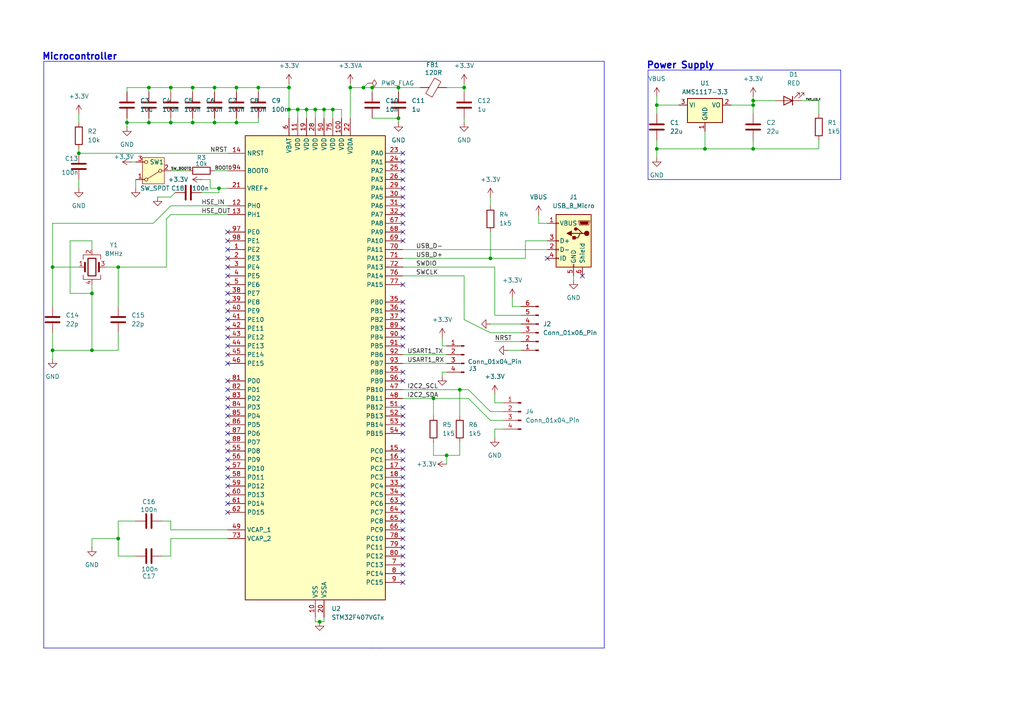
<source format=kicad_sch>
(kicad_sch (version 20250114) (generator "eeschema") (generator_version "9.0")
  (paper "A4")
  (title_block (title "STM32F407VG PCB Deneme") (date "2026-01-30") (company "Muhammet Yusuf ÖZKAN"))
  (lib_symbols
    (symbol "Connector:Conn_01x04_Pin" (pin_names (offset 1.016) (hide yes))
      (property "Reference" "J" (at 0 5.08 0))
      (property "Value" "Conn_01x04_Pin" (at 0 -7.62 0))
      (symbol "Conn_01x04_Pin_1_1"
        (rectangle (start 0.8636 2.667) (end 0 2.413) (stroke (width 0.1524)) (fill (type outline)))
        (rectangle (start 0.8636 0.127) (end 0 -0.127) (stroke (width 0.1524)) (fill (type outline)))
        (rectangle (start 0.8636 -2.413) (end 0 -2.667) (stroke (width 0.1524)) (fill (type outline)))
        (rectangle (start 0.8636 -4.953) (end 0 -5.207) (stroke (width 0.1524)) (fill (type outline)))
        (polyline (pts (xy 1.27 2.54) (xy 0.8636 2.54)) (stroke (width 0.1524)))
        (polyline (pts (xy 1.27 0) (xy 0.8636 0)) (stroke (width 0.1524)))
        (polyline (pts (xy 1.27 -2.54) (xy 0.8636 -2.54)) (stroke (width 0.1524)))
        (polyline (pts (xy 1.27 -5.08) (xy 0.8636 -5.08)) (stroke (width 0.1524)))
        (pin passive line (at 5.08 2.54 180) (length 3.81) (name "Pin_1") (number "1"))
        (pin passive line (at 5.08 0 180) (length 3.81) (name "Pin_2") (number "2"))
        (pin passive line (at 5.08 -2.54 180) (length 3.81) (name "Pin_3") (number "3"))
        (pin passive line (at 5.08 -5.08 180) (length 3.81) (name "Pin_4") (number "4"))
      )
    )
    (symbol "Connector:Conn_01x06_Pin" (pin_names (offset 1.016) (hide yes))
      (property "Reference" "J" (at 0 7.62 0))
      (property "Value" "Conn_01x06_Pin" (at 0 -10.16 0))
      (symbol "Conn_01x06_Pin_1_1"
        (rectangle (start 0.8636 5.207) (end 0 4.953) (stroke (width 0.1524)) (fill (type outline)))
        (rectangle (start 0.8636 2.667) (end 0 2.413) (stroke (width 0.1524)) (fill (type outline)))
        (rectangle (start 0.8636 0.127) (end 0 -0.127) (stroke (width 0.1524)) (fill (type outline)))
        (rectangle (start 0.8636 -2.413) (end 0 -2.667) (stroke (width 0.1524)) (fill (type outline)))
        (rectangle (start 0.8636 -4.953) (end 0 -5.207) (stroke (width 0.1524)) (fill (type outline)))
        (rectangle (start 0.8636 -7.493) (end 0 -7.747) (stroke (width 0.1524)) (fill (type outline)))
        (polyline (pts (xy 1.27 5.08) (xy 0.8636 5.08)) (stroke (width 0.1524)))
        (polyline (pts (xy 1.27 2.54) (xy 0.8636 2.54)) (stroke (width 0.1524)))
        (polyline (pts (xy 1.27 0) (xy 0.8636 0)) (stroke (width 0.1524)))
        (polyline (pts (xy 1.27 -2.54) (xy 0.8636 -2.54)) (stroke (width 0.1524)))
        (polyline (pts (xy 1.27 -5.08) (xy 0.8636 -5.08)) (stroke (width 0.1524)))
        (polyline (pts (xy 1.27 -7.62) (xy 0.8636 -7.62)) (stroke (width 0.1524)))
        (pin passive line (at 5.08 5.08 180) (length 3.81) (name "Pin_1") (number "1"))
        (pin passive line (at 5.08 2.54 180) (length 3.81) (name "Pin_2") (number "2"))
        (pin passive line (at 5.08 0 180) (length 3.81) (name "Pin_3") (number "3"))
        (pin passive line (at 5.08 -2.54 180) (length 3.81) (name "Pin_4") (number "4"))
        (pin passive line (at 5.08 -5.08 180) (length 3.81) (name "Pin_5") (number "5"))
        (pin passive line (at 5.08 -7.62 180) (length 3.81) (name "Pin_6") (number "6"))
      )
    )
    (symbol "Connector:USB_B_Micro" (pin_names (offset 1.016))
      (property "Reference" "J" (at -5.08 11.43 0))
      (property "Value" "USB_B_Micro" (at -5.08 8.89 0))
      (symbol "USB_B_Micro_0_1"
        (rectangle (start -5.08 -7.62) (end 5.08 7.62) (stroke (width 0.254)) (fill (type background)))
        (polyline (pts (xy -4.699 5.842) (xy -4.699 5.588) (xy -4.445 4.826) (xy -4.445 4.572) (xy -1.651 4.572) (xy -1.651 4.826) (xy -1.397 5.588) (xy -1.397 5.842) (xy -4.699 5.842)))
        (polyline (pts (xy -4.318 5.588) (xy -1.778 5.588) (xy -2.032 4.826) (xy -4.064 4.826) (xy -4.318 5.588)) (fill (type outline)))
        (circle (center -3.81 2.159) (radius 0.635) (stroke (width 0.254)) (fill (type outline)))
        (polyline (pts (xy -3.175 2.159) (xy -2.54 2.159) (xy -1.27 3.429) (xy -0.635 3.429)) (stroke (width 0.254)))
        (polyline (pts (xy -2.54 2.159) (xy -1.905 2.159) (xy -1.27 0.889) (xy 0 0.889)) (stroke (width 0.254)))
        (polyline (pts (xy -1.905 2.159) (xy 0.635 2.159)) (stroke (width 0.254)))
        (circle (center -0.635 3.429) (radius 0.381) (stroke (width 0.254)) (fill (type outline)))
        (rectangle (start -0.127 -7.62) (end 0.127 -6.858))
        (rectangle (start 0.254 1.27) (end -0.508 0.508) (stroke (width 0.254)) (fill (type outline)))
        (polyline (pts (xy 0.635 2.794) (xy 0.635 1.524) (xy 1.905 2.159) (xy 0.635 2.794)) (stroke (width 0.254)) (fill (type outline)))
        (rectangle (start 5.08 4.953) (end 4.318 5.207))
        (rectangle (start 5.08 -0.127) (end 4.318 0.127))
        (rectangle (start 5.08 -2.667) (end 4.318 -2.413))
        (rectangle (start 5.08 -5.207) (end 4.318 -4.953))
      )
      (symbol "USB_B_Micro_1_1"
        (pin passive line (at -2.54 -10.16 90) (length 2.54) (name "Shield") (number "6"))
        (pin power_out line (at 0 -10.16 90) (length 2.54) (name "GND") (number "5"))
        (pin power_out line (at 7.62 5.08 180) (length 2.54) (name "VBUS") (number "1"))
        (pin bidirectional line (at 7.62 0 180) (length 2.54) (name "D+") (number "3"))
        (pin bidirectional line (at 7.62 -2.54 180) (length 2.54) (name "D-") (number "2"))
        (pin passive line (at 7.62 -5.08 180) (length 2.54) (name "ID") (number "4"))
      )
    )
    (symbol "Device:C" (pin_numbers (hide yes)) (pin_names (offset 0.254))
      (property "Reference" "C" (at 0.635 2.54 0))
      (property "Value" "C" (at 0.635 -2.54 0))
      (symbol "C_0_1"
        (polyline (pts (xy -2.032 0.762) (xy 2.032 0.762)) (stroke (width 0.508)))
        (polyline (pts (xy -2.032 -0.762) (xy 2.032 -0.762)) (stroke (width 0.508)))
      )
      (symbol "C_1_1"
        (pin passive line (at 0 3.81 270) (length 2.794) (name "~") (number "1"))
        (pin passive line (at 0 -3.81 90) (length 2.794) (name "~") (number "2"))
      )
    )
    (symbol "Device:Crystal_GND24" (pin_names (offset 1.016) (hide yes))
      (property "Reference" "Y" (at 3.175 5.08 0))
      (property "Value" "Crystal_GND24" (at 3.175 3.175 0))
      (symbol "Crystal_GND24_0_1"
        (polyline (pts (xy -2.54 2.286) (xy -2.54 3.556) (xy 2.54 3.556) (xy 2.54 2.286)))
        (polyline (pts (xy -2.54 0) (xy -2.032 0)))
        (polyline (pts (xy -2.54 -2.286) (xy -2.54 -3.556) (xy 2.54 -3.556) (xy 2.54 -2.286)))
        (polyline (pts (xy -2.032 -1.27) (xy -2.032 1.27)) (stroke (width 0.508)))
        (rectangle (start -1.143 2.54) (end 1.143 -2.54) (stroke (width 0.3048)))
        (polyline (pts (xy 0 3.556) (xy 0 3.81)))
        (polyline (pts (xy 0 -3.81) (xy 0 -3.556)))
        (polyline (pts (xy 2.032 0) (xy 2.54 0)))
        (polyline (pts (xy 2.032 -1.27) (xy 2.032 1.27)) (stroke (width 0.508)))
      )
      (symbol "Crystal_GND24_1_1"
        (pin passive line (at -3.81 0 0) (length 1.27) (name "1") (number "1"))
        (pin passive line (at 0 5.08 270) (length 1.27) (name "2") (number "2"))
        (pin passive line (at 0 -5.08 90) (length 1.27) (name "4") (number "4"))
        (pin passive line (at 3.81 0 180) (length 1.27) (name "3") (number "3"))
      )
    )
    (symbol "Device:FerriteBead" (pin_numbers (hide yes)) (pin_names (offset 0))
      (property "Reference" "FB" (at -3.81 0.635 90))
      (property "Value" "FerriteBead" (at 3.81 0 90))
      (symbol "FerriteBead_0_1"
        (polyline (pts (xy -2.7686 0.4064) (xy -1.7018 2.2606) (xy 2.7686 -0.3048) (xy 1.6764 -2.159) (xy -2.7686 0.4064)))
        (polyline (pts (xy 0 1.27) (xy 0 1.2954)))
        (polyline (pts (xy 0 -1.27) (xy 0 -1.2192)))
      )
      (symbol "FerriteBead_1_1"
        (pin passive line (at 0 3.81 270) (length 2.54) (name "~") (number "1"))
        (pin passive line (at 0 -3.81 90) (length 2.54) (name "~") (number "2"))
      )
    )
    (symbol "Device:LED" (pin_numbers (hide yes)) (pin_names (offset 1.016) (hide yes))
      (property "Reference" "D" (at 0 2.54 0))
      (property "Value" "LED" (at 0 -2.54 0))
      (symbol "LED_0_1"
        (polyline (pts (xy -3.048 -0.762) (xy -4.572 -2.286) (xy -3.81 -2.286) (xy -4.572 -2.286) (xy -4.572 -1.524)))
        (polyline (pts (xy -1.778 -0.762) (xy -3.302 -2.286) (xy -2.54 -2.286) (xy -3.302 -2.286) (xy -3.302 -1.524)))
        (polyline (pts (xy -1.27 0) (xy 1.27 0)))
        (polyline (pts (xy -1.27 -1.27) (xy -1.27 1.27)) (stroke (width 0.254)))
        (polyline (pts (xy 1.27 -1.27) (xy 1.27 1.27) (xy -1.27 0) (xy 1.27 -1.27)) (stroke (width 0.254)))
      )
      (symbol "LED_1_1"
        (pin passive line (at -3.81 0 0) (length 2.54) (name "K") (number "1"))
        (pin passive line (at 3.81 0 180) (length 2.54) (name "A") (number "2"))
      )
    )
    (symbol "Device:R" (pin_numbers (hide yes)) (pin_names (offset 0))
      (property "Reference" "R" (at 2.032 0 90))
      (property "Value" "R" (at 0 0 90))
      (symbol "R_0_1"
        (rectangle (start -1.016 -2.54) (end 1.016 2.54) (stroke (width 0.254)))
      )
      (symbol "R_1_1"
        (pin passive line (at 0 3.81 270) (length 1.27) (name "~") (number "1"))
        (pin passive line (at 0 -3.81 90) (length 1.27) (name "~") (number "2"))
      )
    )
    (symbol "MCU_ST_STM32F4:STM32F407VGTx"
      (property "Reference" "U" (at -20.32 69.85 0))
      (property "Value" "STM32F407VGTx" (at 12.7 69.85 0))
      (symbol "STM32F407VGTx_0_1"
        (rectangle (start -20.32 -66.04) (end 20.32 68.58) (stroke (width 0.254)) (fill (type background)))
      )
      (symbol "STM32F407VGTx_1_1"
        (pin input line (at -25.4 63.5 0) (length 5.08) (name "NRST") (number "14"))
        (pin input line (at -25.4 58.42 0) (length 5.08) (name "BOOT0") (number "94"))
        (pin input line (at -25.4 53.34 0) (length 5.08) (name "VREF+") (number "21"))
        (pin bidirectional line (at -25.4 48.26 0) (length 5.08) (name "PH0") (number "12"))
        (pin bidirectional line (at -25.4 45.72 0) (length 5.08) (name "PH1") (number "13"))
        (pin bidirectional line (at -25.4 40.64 0) (length 5.08) (name "PE0") (number "97"))
        (pin bidirectional line (at -25.4 38.1 0) (length 5.08) (name "PE1") (number "98"))
        (pin bidirectional line (at -25.4 35.56 0) (length 5.08) (name "PE2") (number "1"))
        (pin bidirectional line (at -25.4 33.02 0) (length 5.08) (name "PE3") (number "2"))
        (pin bidirectional line (at -25.4 30.48 0) (length 5.08) (name "PE4") (number "3"))
        (pin bidirectional line (at -25.4 27.94 0) (length 5.08) (name "PE5") (number "4"))
        (pin bidirectional line (at -25.4 25.4 0) (length 5.08) (name "PE6") (number "5"))
        (pin bidirectional line (at -25.4 22.86 0) (length 5.08) (name "PE7") (number "38"))
        (pin bidirectional line (at -25.4 20.32 0) (length 5.08) (name "PE8") (number "39"))
        (pin bidirectional line (at -25.4 17.78 0) (length 5.08) (name "PE9") (number "40"))
        (pin bidirectional line (at -25.4 15.24 0) (length 5.08) (name "PE10") (number "41"))
        (pin bidirectional line (at -25.4 12.7 0) (length 5.08) (name "PE11") (number "42"))
        (pin bidirectional line (at -25.4 10.16 0) (length 5.08) (name "PE12") (number "43"))
        (pin bidirectional line (at -25.4 7.62 0) (length 5.08) (name "PE13") (number "44"))
        (pin bidirectional line (at -25.4 5.08 0) (length 5.08) (name "PE14") (number "45"))
        (pin bidirectional line (at -25.4 2.54 0) (length 5.08) (name "PE15") (number "46"))
        (pin bidirectional line (at -25.4 -2.54 0) (length 5.08) (name "PD0") (number "81"))
        (pin bidirectional line (at -25.4 -5.08 0) (length 5.08) (name "PD1") (number "82"))
        (pin bidirectional line (at -25.4 -7.62 0) (length 5.08) (name "PD2") (number "83"))
        (pin bidirectional line (at -25.4 -10.16 0) (length 5.08) (name "PD3") (number "84"))
        (pin bidirectional line (at -25.4 -12.7 0) (length 5.08) (name "PD4") (number "85"))
        (pin bidirectional line (at -25.4 -15.24 0) (length 5.08) (name "PD5") (number "86"))
        (pin bidirectional line (at -25.4 -17.78 0) (length 5.08) (name "PD6") (number "87"))
        (pin bidirectional line (at -25.4 -20.32 0) (length 5.08) (name "PD7") (number "88"))
        (pin bidirectional line (at -25.4 -22.86 0) (length 5.08) (name "PD8") (number "55"))
        (pin bidirectional line (at -25.4 -25.4 0) (length 5.08) (name "PD9") (number "56"))
        (pin bidirectional line (at -25.4 -27.94 0) (length 5.08) (name "PD10") (number "57"))
        (pin bidirectional line (at -25.4 -30.48 0) (length 5.08) (name "PD11") (number "58"))
        (pin bidirectional line (at -25.4 -33.02 0) (length 5.08) (name "PD12") (number "59"))
        (pin bidirectional line (at -25.4 -35.56 0) (length 5.08) (name "PD13") (number "60"))
        (pin bidirectional line (at -25.4 -38.1 0) (length 5.08) (name "PD14") (number "61"))
        (pin bidirectional line (at -25.4 -40.64 0) (length 5.08) (name "PD15") (number "62"))
        (pin power_out line (at -25.4 -45.72 0) (length 5.08) (name "VCAP_1") (number "49"))
        (pin power_out line (at -25.4 -48.26 0) (length 5.08) (name "VCAP_2") (number "73"))
        (pin power_in line (at -7.62 73.66 270) (length 5.08) (name "VBAT") (number "6"))
        (pin power_in line (at -5.08 73.66 270) (length 5.08) (name "VDD") (number "11"))
        (pin power_in line (at -2.54 73.66 270) (length 5.08) (name "VDD") (number "19"))
        (pin power_in line (at 0 73.66 270) (length 5.08) (name "VDD") (number "28"))
        (pin power_in line (at 0 -71.12 90) (length 5.08) (name "VSS") (number "10"))
        (pin passive line (at 0 -71.12 90) (length 5.08) (hide yes) (name "VSS") (number "27"))
        (pin passive line (at 0 -71.12 90) (length 5.08) (hide yes) (name "VSS") (number "74"))
        (pin passive line (at 0 -71.12 90) (length 5.08) (hide yes) (name "VSS") (number "99"))
        (pin power_in line (at 2.54 73.66 270) (length 5.08) (name "VDD") (number "50"))
        (pin power_in line (at 2.54 -71.12 90) (length 5.08) (name "VSSA") (number "20"))
        (pin power_in line (at 5.08 73.66 270) (length 5.08) (name "VDD") (number "75"))
        (pin power_in line (at 7.62 73.66 270) (length 5.08) (name "VDD") (number "100"))
        (pin power_in line (at 10.16 73.66 270) (length 5.08) (name "VDDA") (number "22"))
        (pin bidirectional line (at 25.4 63.5 180) (length 5.08) (name "PA0") (number "23"))
        (pin bidirectional line (at 25.4 60.96 180) (length 5.08) (name "PA1") (number "24"))
        (pin bidirectional line (at 25.4 58.42 180) (length 5.08) (name "PA2") (number "25"))
        (pin bidirectional line (at 25.4 55.88 180) (length 5.08) (name "PA3") (number "26"))
        (pin bidirectional line (at 25.4 53.34 180) (length 5.08) (name "PA4") (number "29"))
        (pin bidirectional line (at 25.4 50.8 180) (length 5.08) (name "PA5") (number "30"))
        (pin bidirectional line (at 25.4 48.26 180) (length 5.08) (name "PA6") (number "31"))
        (pin bidirectional line (at 25.4 45.72 180) (length 5.08) (name "PA7") (number "32"))
        (pin bidirectional line (at 25.4 43.18 180) (length 5.08) (name "PA8") (number "67"))
        (pin bidirectional line (at 25.4 40.64 180) (length 5.08) (name "PA9") (number "68"))
        (pin bidirectional line (at 25.4 38.1 180) (length 5.08) (name "PA10") (number "69"))
        (pin bidirectional line (at 25.4 35.56 180) (length 5.08) (name "PA11") (number "70"))
        (pin bidirectional line (at 25.4 33.02 180) (length 5.08) (name "PA12") (number "71"))
        (pin bidirectional line (at 25.4 30.48 180) (length 5.08) (name "PA13") (number "72"))
        (pin bidirectional line (at 25.4 27.94 180) (length 5.08) (name "PA14") (number "76"))
        (pin bidirectional line (at 25.4 25.4 180) (length 5.08) (name "PA15") (number "77"))
        (pin bidirectional line (at 25.4 20.32 180) (length 5.08) (name "PB0") (number "35"))
        (pin bidirectional line (at 25.4 17.78 180) (length 5.08) (name "PB1") (number "36"))
        (pin bidirectional line (at 25.4 15.24 180) (length 5.08) (name "PB2") (number "37"))
        (pin bidirectional line (at 25.4 12.7 180) (length 5.08) (name "PB3") (number "89"))
        (pin bidirectional line (at 25.4 10.16 180) (length 5.08) (name "PB4") (number "90"))
        (pin bidirectional line (at 25.4 7.62 180) (length 5.08) (name "PB5") (number "91"))
        (pin bidirectional line (at 25.4 5.08 180) (length 5.08) (name "PB6") (number "92"))
        (pin bidirectional line (at 25.4 2.54 180) (length 5.08) (name "PB7") (number "93"))
        (pin bidirectional line (at 25.4 0 180) (length 5.08) (name "PB8") (number "95"))
        (pin bidirectional line (at 25.4 -2.54 180) (length 5.08) (name "PB9") (number "96"))
        (pin bidirectional line (at 25.4 -5.08 180) (length 5.08) (name "PB10") (number "47"))
        (pin bidirectional line (at 25.4 -7.62 180) (length 5.08) (name "PB11") (number "48"))
        (pin bidirectional line (at 25.4 -10.16 180) (length 5.08) (name "PB12") (number "51"))
        (pin bidirectional line (at 25.4 -12.7 180) (length 5.08) (name "PB13") (number "52"))
        (pin bidirectional line (at 25.4 -15.24 180) (length 5.08) (name "PB14") (number "53"))
        (pin bidirectional line (at 25.4 -17.78 180) (length 5.08) (name "PB15") (number "54"))
        (pin bidirectional line (at 25.4 -22.86 180) (length 5.08) (name "PC0") (number "15"))
        (pin bidirectional line (at 25.4 -25.4 180) (length 5.08) (name "PC1") (number "16"))
        (pin bidirectional line (at 25.4 -27.94 180) (length 5.08) (name "PC2") (number "17"))
        (pin bidirectional line (at 25.4 -30.48 180) (length 5.08) (name "PC3") (number "18"))
        (pin bidirectional line (at 25.4 -33.02 180) (length 5.08) (name "PC4") (number "33"))
        (pin bidirectional line (at 25.4 -35.56 180) (length 5.08) (name "PC5") (number "34"))
        (pin bidirectional line (at 25.4 -38.1 180) (length 5.08) (name "PC6") (number "63"))
        (pin bidirectional line (at 25.4 -40.64 180) (length 5.08) (name "PC7") (number "64"))
        (pin bidirectional line (at 25.4 -43.18 180) (length 5.08) (name "PC8") (number "65"))
        (pin bidirectional line (at 25.4 -45.72 180) (length 5.08) (name "PC9") (number "66"))
        (pin bidirectional line (at 25.4 -48.26 180) (length 5.08) (name "PC10") (number "78"))
        (pin bidirectional line (at 25.4 -50.8 180) (length 5.08) (name "PC11") (number "79"))
        (pin bidirectional line (at 25.4 -53.34 180) (length 5.08) (name "PC12") (number "80"))
        (pin bidirectional line (at 25.4 -55.88 180) (length 5.08) (name "PC13") (number "7"))
        (pin bidirectional line (at 25.4 -58.42 180) (length 5.08) (name "PC14") (number "8"))
        (pin bidirectional line (at 25.4 -60.96 180) (length 5.08) (name "PC15") (number "9"))
      )
    )
    (symbol "Regulator_Linear:AMS1117-3.3"
      (property "Reference" "U" (at -3.81 3.175 0))
      (property "Value" "AMS1117-3.3" (at 0 3.175 0))
      (symbol "AMS1117-3.3_0_1"
        (rectangle (start -5.08 -5.08) (end 5.08 1.905) (stroke (width 0.254)) (fill (type background)))
      )
      (symbol "AMS1117-3.3_1_1"
        (pin power_in line (at -7.62 0 0) (length 2.54) (name "VI") (number "3"))
        (pin power_in line (at 0 -7.62 90) (length 2.54) (name "GND") (number "1"))
        (pin power_out line (at 7.62 0 180) (length 2.54) (name "VO") (number "2"))
      )
    )
    (symbol "Switch:SW_SPDT" (pin_names (offset 0) (hide yes))
      (property "Reference" "SW" (at 0 5.08 0))
      (property "Value" "SW_SPDT" (at 0 -5.08 0))
      (symbol "SW_SPDT_0_1"
        (circle (center -2.032 0) (radius 0.4572))
        (polyline (pts (xy -1.651 0.254) (xy 1.651 2.286)))
        (circle (center 2.032 2.54) (radius 0.4572))
        (circle (center 2.032 -2.54) (radius 0.4572))
      )
      (symbol "SW_SPDT_1_1"
        (rectangle (start -3.175 3.81) (end 3.175 -3.81) (fill (type background)))
        (pin passive line (at -5.08 0 0) (length 2.54) (name "B") (number "2"))
        (pin passive line (at 5.08 2.54 180) (length 2.54) (name "A") (number "1"))
        (pin passive line (at 5.08 -2.54 180) (length 2.54) (name "C") (number "3"))
      )
    )
    (symbol "power:+3.3V" (power) (pin_numbers (hide yes)) (pin_names (offset 0) (hide yes))
      (property "Value" "+3.3V" (at 0 3.556 0))
      (symbol "+3.3V_0_1"
        (polyline (pts (xy -0.762 1.27) (xy 0 2.54)))
        (polyline (pts (xy 0 2.54) (xy 0.762 1.27)))
        (polyline (pts (xy 0 0) (xy 0 2.54)))
      )
      (symbol "+3.3V_1_1"
        (pin power_in line (at 0 0 90) (length 0) (name "~") (number "1"))
      )
    )
    (symbol "power:+3.3VA" (power) (pin_numbers (hide yes)) (pin_names (offset 0) (hide yes))
      (property "Value" "+3.3VA" (at 0 3.556 0))
      (symbol "+3.3VA_0_1"
        (polyline (pts (xy -0.762 1.27) (xy 0 2.54)))
        (polyline (pts (xy 0 2.54) (xy 0.762 1.27)))
        (polyline (pts (xy 0 0) (xy 0 2.54)))
      )
      (symbol "+3.3VA_1_1"
        (pin power_in line (at 0 0 90) (length 0) (name "~") (number "1"))
      )
    )
    (symbol "power:GND" (power) (pin_numbers (hide yes)) (pin_names (offset 0) (hide yes))
      (property "Value" "GND" (at 0 -3.81 0))
      (symbol "GND_0_1"
        (polyline (pts (xy 0 0) (xy 0 -1.27) (xy 1.27 -1.27) (xy 0 -2.54) (xy -1.27 -1.27) (xy 0 -1.27)))
      )
      (symbol "GND_1_1"
        (pin power_in line (at 0 0 270) (length 0) (name "~") (number "1"))
      )
    )
    (symbol "power:PWR_FLAG" (power) (pin_numbers (hide yes)) (pin_names (offset 0) (hide yes))
      (property "Value" "PWR_FLAG" (at 0 3.81 0))
      (symbol "PWR_FLAG_0_0"
        (pin power_out line (at 0 0 90) (length 0) (name "~") (number "1"))
      )
      (symbol "PWR_FLAG_0_1"
        (polyline (pts (xy 0 0) (xy 0 1.27) (xy -1.016 1.905) (xy 0 2.54) (xy 1.016 1.905) (xy 0 1.27)))
      )
    )
    (symbol "power:VBUS" (power) (pin_numbers (hide yes)) (pin_names (offset 0) (hide yes))
      (property "Value" "VBUS" (at 0 3.556 0))
      (symbol "VBUS_0_1"
        (polyline (pts (xy -0.762 1.27) (xy 0 2.54)))
        (polyline (pts (xy 0 2.54) (xy 0.762 1.27)))
        (polyline (pts (xy 0 0) (xy 0 2.54)))
      )
      (symbol "VBUS_1_1"
        (pin power_in line (at 0 0 90) (length 0) (name "~") (number "1"))
      )
    )
  )
  (text "Power Supply" (at 197.358 19.05 0) (effects (font (size 1.905 1.905) (thickness 0.381) (bold yes))))
  (text "Microcontroller" (at 23.114 16.51 0) (effects (font (size 1.905 1.905) (thickness 0.381) (bold yes))))
  (junction (at 43.18 35.56))
  (junction (at 15.24 101.6))
  (junction (at 190.5 43.18))
  (junction (at 125.73 115.57))
  (junction (at 204.47 43.18))
  (junction (at 22.86 44.45))
  (junction (at 49.53 35.56))
  (junction (at 190.5 30.48))
  (junction (at 68.58 25.4))
  (junction (at 105.41 25.4))
  (junction (at 43.18 25.4))
  (junction (at 74.93 25.4))
  (junction (at 101.6 25.4))
  (junction (at 133.35 113.03))
  (junction (at 34.29 77.47))
  (junction (at 88.9 31.75))
  (junction (at 55.88 25.4))
  (junction (at 36.83 35.56))
  (junction (at 91.44 31.75))
  (junction (at 49.53 25.4))
  (junction (at 83.82 31.75))
  (junction (at 115.57 25.4))
  (junction (at 92.71 180.34))
  (junction (at 129.54 132.08))
  (junction (at 115.57 34.29))
  (junction (at 86.36 31.75))
  (junction (at 55.88 35.56))
  (junction (at 26.67 85.09))
  (junction (at 93.98 31.75))
  (junction (at 134.62 25.4))
  (junction (at 63.5 54.61))
  (junction (at 34.29 156.21))
  (junction (at 62.23 35.56))
  (junction (at 107.95 25.4))
  (junction (at 218.44 43.18))
  (junction (at 218.44 30.48))
  (junction (at 83.82 25.4))
  (junction (at 62.23 25.4))
  (junction (at 142.24 74.93))
  (junction (at 15.24 77.47))
  (junction (at 68.58 35.56))
  (junction (at 26.67 101.6))
  (junction (at 218.44 29.21))
  (junction (at 96.52 31.75))
  (no_connect (at 66.04 87.63))
  (no_connect (at 66.04 133.35))
  (no_connect (at 116.84 151.13))
  (no_connect (at 116.84 49.53))
  (no_connect (at 66.04 82.55))
  (no_connect (at 168.91 80.01))
  (no_connect (at 66.04 74.93))
  (no_connect (at 66.04 72.39))
  (no_connect (at 66.04 67.31))
  (no_connect (at 116.84 156.21))
  (no_connect (at 66.04 102.87))
  (no_connect (at 116.84 59.69))
  (no_connect (at 116.84 52.07))
  (no_connect (at 116.84 92.71))
  (no_connect (at 66.04 100.33))
  (no_connect (at 116.84 120.65))
  (no_connect (at 66.04 118.11))
  (no_connect (at 66.04 69.85))
  (no_connect (at 66.04 85.09))
  (no_connect (at 116.84 161.29))
  (no_connect (at 66.04 90.17))
  (no_connect (at 66.04 143.51))
  (no_connect (at 116.84 64.77))
  (no_connect (at 116.84 140.97))
  (no_connect (at 66.04 110.49))
  (no_connect (at 116.84 82.55))
  (no_connect (at 116.84 118.11))
  (no_connect (at 66.04 123.19))
  (no_connect (at 66.04 120.65))
  (no_connect (at 116.84 95.25))
  (no_connect (at 116.84 123.19))
  (no_connect (at 116.84 143.51))
  (no_connect (at 116.84 133.35))
  (no_connect (at 66.04 146.05))
  (no_connect (at 66.04 80.01))
  (no_connect (at 116.84 57.15))
  (no_connect (at 116.84 135.89))
  (no_connect (at 116.84 148.59))
  (no_connect (at 66.04 105.41))
  (no_connect (at 66.04 77.47))
  (no_connect (at 66.04 97.79))
  (no_connect (at 116.84 107.95))
  (no_connect (at 66.04 128.27))
  (no_connect (at 66.04 115.57))
  (no_connect (at 66.04 130.81))
  (no_connect (at 116.84 62.23))
  (no_connect (at 66.04 113.03))
  (no_connect (at 116.84 138.43))
  (no_connect (at 116.84 97.79))
  (no_connect (at 66.04 92.71))
  (no_connect (at 116.84 153.67))
  (no_connect (at 116.84 69.85))
  (no_connect (at 116.84 110.49))
  (no_connect (at 116.84 168.91))
  (no_connect (at 66.04 125.73))
  (no_connect (at 116.84 158.75))
  (no_connect (at 116.84 100.33))
  (no_connect (at 116.84 87.63))
  (no_connect (at 116.84 46.99))
  (no_connect (at 116.84 44.45))
  (no_connect (at 116.84 125.73))
  (no_connect (at 116.84 54.61))
  (no_connect (at 66.04 95.25))
  (no_connect (at 116.84 130.81))
  (no_connect (at 66.04 135.89))
  (no_connect (at 116.84 90.17))
  (no_connect (at 116.84 146.05))
  (no_connect (at 66.04 148.59))
  (no_connect (at 66.04 140.97))
  (no_connect (at 116.84 166.37))
  (no_connect (at 116.84 67.31))
  (no_connect (at 116.84 163.83))
  (no_connect (at 66.04 138.43))
  (no_connect (at 158.75 74.93))
  (wire (pts (xy 133.35 113.03) (xy 135.89 113.03)))
  (wire (pts (xy 20.32 85.09) (xy 26.67 85.09)))
  (wire (pts (xy 105.41 25.4) (xy 107.95 25.4)))
  (wire (pts (xy 46.99 151.13) (xy 49.53 151.13)))
  (wire (pts (xy 204.47 43.18) (xy 218.44 43.18)))
  (wire (pts (xy 83.82 31.75) (xy 86.36 31.75)))
  (wire (pts (xy 26.67 82.55) (xy 26.67 85.09)))
  (wire (pts (xy 148.59 86.36) (xy 148.59 88.9)))
  (wire (pts (xy 190.5 27.94) (xy 190.5 30.48)))
  (wire (pts (xy 129.54 132.08) (xy 129.54 134.62)))
  (wire (pts (xy 48.26 77.47) (xy 48.26 63.5)))
  (wire (pts (xy 129.54 132.08) (xy 133.35 132.08)))
  (wire (pts (xy 116.84 102.87) (xy 129.54 102.87)))
  (wire (pts (xy 101.6 25.4) (xy 101.6 34.29)))
  (wire (pts (xy 190.5 43.18) (xy 190.5 45.72)))
  (wire (pts (xy 36.83 25.4) (xy 36.83 26.67)))
  (wire (pts (xy 190.5 40.64) (xy 190.5 43.18)))
  (wire (pts (xy 49.53 153.67) (xy 66.04 153.67)))
  (wire (pts (xy 83.82 24.13) (xy 83.82 25.4)))
  (wire (pts (xy 26.67 101.6) (xy 34.29 101.6)))
  (wire (pts (xy 86.36 31.75) (xy 88.9 31.75)))
  (wire (pts (xy 133.35 113.03) (xy 133.35 120.65)))
  (polyline (pts (xy 12.7 17.78) (xy 12.7 187.96)))
  (wire (pts (xy 106.68 24.13) (xy 105.41 25.4)))
  (wire (pts (xy 142.24 67.31) (xy 142.24 74.93)))
  (wire (pts (xy 36.83 35.56) (xy 36.83 36.83)))
  (wire (pts (xy 156.21 62.23) (xy 156.21 64.77)))
  (wire (pts (xy 128.27 97.79) (xy 128.27 100.33)))
  (wire (pts (xy 134.62 92.71) (xy 142.24 96.52)))
  (wire (pts (xy 49.53 151.13) (xy 49.53 153.67)))
  (wire (pts (xy 115.57 34.29) (xy 115.57 35.56)))
  (wire (pts (xy 43.18 34.29) (xy 43.18 35.56)))
  (wire (pts (xy 39.37 52.07) (xy 39.37 54.61)))
  (wire (pts (xy 48.26 63.5) (xy 49.53 62.23)))
  (polyline (pts (xy 175.26 111.76) (xy 175.26 165.1)))
  (wire (pts (xy 62.23 35.56) (xy 68.58 35.56)))
  (wire (pts (xy 20.32 69.85) (xy 26.67 69.85)))
  (wire (pts (xy 34.29 161.29) (xy 39.37 161.29)))
  (wire (pts (xy 115.57 25.4) (xy 121.92 25.4)))
  (wire (pts (xy 74.93 25.4) (xy 74.93 26.67)))
  (wire (pts (xy 125.73 115.57) (xy 135.89 115.57)))
  (wire (pts (xy 115.57 25.4) (xy 115.57 26.67)))
  (wire (pts (xy 91.44 31.75) (xy 93.98 31.75)))
  (polyline (pts (xy 107.95 187.96) (xy 110.49 187.96)))
  (wire (pts (xy 34.29 96.52) (xy 34.29 101.6)))
  (wire (pts (xy 36.83 25.4) (xy 43.18 25.4)))
  (wire (pts (xy 15.24 77.47) (xy 15.24 88.9)))
  (wire (pts (xy 134.62 34.29) (xy 134.62 35.56)))
  (wire (pts (xy 49.53 25.4) (xy 55.88 25.4)))
  (wire (pts (xy 134.62 25.4) (xy 134.62 26.67)))
  (wire (pts (xy 62.23 49.53) (xy 66.04 49.53)))
  (wire (pts (xy 212.09 30.48) (xy 218.44 30.48)))
  (wire (pts (xy 134.62 80.01) (xy 134.62 92.71)))
  (wire (pts (xy 43.18 25.4) (xy 43.18 26.67)))
  (wire (pts (xy 49.53 25.4) (xy 49.53 26.67)))
  (wire (pts (xy 26.67 156.21) (xy 34.29 156.21)))
  (wire (pts (xy 190.5 30.48) (xy 190.5 33.02)))
  (wire (pts (xy 142.24 74.93) (xy 152.4 74.93)))
  (wire (pts (xy 93.98 31.75) (xy 93.98 34.29)))
  (wire (pts (xy 152.4 69.85) (xy 152.4 74.93)))
  (wire (pts (xy 49.53 156.21) (xy 66.04 156.21)))
  (wire (pts (xy 83.82 25.4) (xy 83.82 31.75)))
  (wire (pts (xy 88.9 31.75) (xy 91.44 31.75)))
  (polyline (pts (xy 187.96 20.32) (xy 187.96 52.07)))
  (wire (pts (xy 91.44 31.75) (xy 91.44 34.29)))
  (wire (pts (xy 91.44 179.07) (xy 91.44 180.34)))
  (wire (pts (xy 20.32 69.85) (xy 20.32 85.09)))
  (wire (pts (xy 60.96 52.07) (xy 60.96 54.61)))
  (wire (pts (xy 58.42 55.88) (xy 63.5 55.88)))
  (wire (pts (xy 58.42 52.07) (xy 60.96 52.07)))
  (wire (pts (xy 107.95 25.4) (xy 107.95 26.67)))
  (wire (pts (xy 36.83 35.56) (xy 43.18 35.56)))
  (wire (pts (xy 63.5 54.61) (xy 63.5 55.88)))
  (wire (pts (xy 15.24 101.6) (xy 26.67 101.6)))
  (wire (pts (xy 55.88 34.29) (xy 55.88 35.56)))
  (wire (pts (xy 116.84 77.47) (xy 143.51 77.47)))
  (polyline (pts (xy 175.26 17.78) (xy 175.26 111.76)))
  (wire (pts (xy 43.18 35.56) (xy 49.53 35.56)))
  (wire (pts (xy 143.51 124.46) (xy 146.05 124.46)))
  (wire (pts (xy 15.24 64.77) (xy 44.45 64.77)))
  (wire (pts (xy 218.44 43.18) (xy 237.49 43.18)))
  (wire (pts (xy 26.67 69.85) (xy 26.67 72.39)))
  (wire (pts (xy 26.67 156.21) (xy 26.67 158.75)))
  (wire (pts (xy 135.89 113.03) (xy 142.24 119.38)))
  (wire (pts (xy 96.52 31.75) (xy 96.52 34.29)))
  (wire (pts (xy 49.53 156.21) (xy 49.53 161.29)))
  (wire (pts (xy 218.44 40.64) (xy 218.44 43.18)))
  (wire (pts (xy 143.51 124.46) (xy 143.51 127)))
  (wire (pts (xy 22.86 52.07) (xy 22.86 54.61)))
  (wire (pts (xy 125.73 128.27) (xy 125.73 132.08)))
  (wire (pts (xy 86.36 31.75) (xy 86.36 34.29)))
  (wire (pts (xy 156.21 64.77) (xy 158.75 64.77)))
  (wire (pts (xy 96.52 31.75) (xy 99.06 31.75)))
  (wire (pts (xy 125.73 115.57) (xy 125.73 120.65)))
  (wire (pts (xy 134.62 24.13) (xy 134.62 25.4)))
  (wire (pts (xy 190.5 30.48) (xy 196.85 30.48)))
  (wire (pts (xy 142.24 119.38) (xy 146.05 119.38)))
  (wire (pts (xy 62.23 25.4) (xy 62.23 26.67)))
  (wire (pts (xy 62.23 34.29) (xy 62.23 35.56)))
  (wire (pts (xy 101.6 25.4) (xy 105.41 25.4)))
  (wire (pts (xy 237.49 40.64) (xy 237.49 43.18)))
  (wire (pts (xy 34.29 151.13) (xy 39.37 151.13)))
  (wire (pts (xy 30.48 77.47) (xy 34.29 77.47)))
  (wire (pts (xy 92.71 180.34) (xy 93.98 180.34)))
  (wire (pts (xy 147.32 101.6) (xy 151.13 101.6)))
  (wire (pts (xy 68.58 35.56) (xy 74.93 35.56)))
  (wire (pts (xy 143.51 77.47) (xy 143.51 91.44)))
  (wire (pts (xy 74.93 34.29) (xy 74.93 35.56)))
  (wire (pts (xy 128.27 109.22) (xy 128.27 107.95)))
  (wire (pts (xy 62.23 25.4) (xy 68.58 25.4)))
  (wire (pts (xy 116.84 72.39) (xy 158.75 72.39)))
  (polyline (pts (xy 175.26 165.1) (xy 175.26 187.96)))
  (wire (pts (xy 237.49 29.21) (xy 237.49 33.02)))
  (wire (pts (xy 143.51 114.3) (xy 143.51 116.84)))
  (wire (pts (xy 68.58 34.29) (xy 68.58 35.56)))
  (wire (pts (xy 49.53 57.15) (xy 50.8 55.88)))
  (wire (pts (xy 36.83 34.29) (xy 36.83 35.56)))
  (polyline (pts (xy 12.7 17.78) (xy 175.26 17.78)))
  (wire (pts (xy 34.29 156.21) (xy 34.29 161.29)))
  (wire (pts (xy 46.99 161.29) (xy 49.53 161.29)))
  (polyline (pts (xy 243.84 20.32) (xy 243.84 52.07)))
  (wire (pts (xy 74.93 25.4) (xy 83.82 25.4)))
  (polyline (pts (xy 175.26 187.96) (xy 110.49 187.96)))
  (wire (pts (xy 190.5 43.18) (xy 204.47 43.18)))
  (wire (pts (xy 204.47 38.1) (xy 204.47 43.18)))
  (wire (pts (xy 49.53 49.53) (xy 54.61 49.53)))
  (wire (pts (xy 128.27 100.33) (xy 129.54 100.33)))
  (wire (pts (xy 15.24 64.77) (xy 15.24 77.47)))
  (wire (pts (xy 142.24 57.15) (xy 142.24 59.69)))
  (wire (pts (xy 45.72 57.15) (xy 49.53 57.15)))
  (wire (pts (xy 142.24 96.52) (xy 151.13 96.52)))
  (wire (pts (xy 143.51 99.06) (xy 151.13 99.06)))
  (wire (pts (xy 22.86 43.18) (xy 22.86 44.45)))
  (wire (pts (xy 15.24 101.6) (xy 15.24 104.14)))
  (wire (pts (xy 128.27 107.95) (xy 129.54 107.95)))
  (wire (pts (xy 116.84 113.03) (xy 133.35 113.03)))
  (wire (pts (xy 116.84 105.41) (xy 129.54 105.41)))
  (wire (pts (xy 93.98 179.07) (xy 93.98 180.34)))
  (wire (pts (xy 22.86 33.02) (xy 22.86 35.56)))
  (wire (pts (xy 148.59 88.9) (xy 151.13 88.9)))
  (wire (pts (xy 55.88 35.56) (xy 62.23 35.56)))
  (wire (pts (xy 22.86 44.45) (xy 66.04 44.45)))
  (wire (pts (xy 83.82 31.75) (xy 83.82 34.29)))
  (wire (pts (xy 133.35 128.27) (xy 133.35 132.08)))
  (wire (pts (xy 34.29 151.13) (xy 34.29 156.21)))
  (polyline (pts (xy 12.7 187.96) (xy 107.95 187.96)))
  (wire (pts (xy 143.51 116.84) (xy 146.05 116.84)))
  (wire (pts (xy 116.84 115.57) (xy 125.73 115.57)))
  (wire (pts (xy 55.88 25.4) (xy 55.88 26.67)))
  (wire (pts (xy 15.24 96.52) (xy 15.24 101.6)))
  (wire (pts (xy 68.58 25.4) (xy 74.93 25.4)))
  (wire (pts (xy 135.89 115.57) (xy 142.24 121.92)))
  (wire (pts (xy 43.18 25.4) (xy 49.53 25.4)))
  (wire (pts (xy 101.6 24.13) (xy 101.6 25.4)))
  (wire (pts (xy 93.98 31.75) (xy 96.52 31.75)))
  (wire (pts (xy 99.06 31.75) (xy 99.06 34.29)))
  (wire (pts (xy 60.96 54.61) (xy 63.5 54.61)))
  (wire (pts (xy 34.29 77.47) (xy 48.26 77.47)))
  (wire (pts (xy 55.88 25.4) (xy 62.23 25.4)))
  (wire (pts (xy 116.84 74.93) (xy 142.24 74.93)))
  (wire (pts (xy 107.95 34.29) (xy 115.57 34.29)))
  (wire (pts (xy 88.9 31.75) (xy 88.9 34.29)))
  (wire (pts (xy 38.1 46.99) (xy 39.37 46.99)))
  (wire (pts (xy 26.67 85.09) (xy 26.67 101.6)))
  (wire (pts (xy 142.24 93.98) (xy 151.13 93.98)))
  (wire (pts (xy 116.84 80.01) (xy 134.62 80.01)))
  (wire (pts (xy 49.53 34.29) (xy 49.53 35.56)))
  (wire (pts (xy 218.44 29.21) (xy 224.79 29.21)))
  (polyline (pts (xy 187.96 20.32) (xy 243.84 20.32)))
  (polyline (pts (xy 187.96 52.07) (xy 243.84 52.07)))
  (wire (pts (xy 15.24 77.47) (xy 22.86 77.47)))
  (wire (pts (xy 49.53 62.23) (xy 66.04 62.23)))
  (wire (pts (xy 166.37 80.01) (xy 166.37 81.28)))
  (wire (pts (xy 218.44 27.94) (xy 218.44 29.21)))
  (wire (pts (xy 142.24 121.92) (xy 146.05 121.92)))
  (wire (pts (xy 218.44 30.48) (xy 218.44 33.02)))
  (wire (pts (xy 49.53 35.56) (xy 55.88 35.56)))
  (wire (pts (xy 44.45 64.77) (xy 49.53 59.69)))
  (wire (pts (xy 143.51 91.44) (xy 151.13 91.44)))
  (wire (pts (xy 68.58 25.4) (xy 68.58 26.67)))
  (wire (pts (xy 125.73 132.08) (xy 129.54 132.08)))
  (wire (pts (xy 232.41 29.21) (xy 237.49 29.21)))
  (wire (pts (xy 107.95 25.4) (xy 115.57 25.4)))
  (wire (pts (xy 152.4 69.85) (xy 158.75 69.85)))
  (wire (pts (xy 218.44 29.21) (xy 218.44 30.48)))
  (wire (pts (xy 63.5 54.61) (xy 66.04 54.61)))
  (wire (pts (xy 49.53 59.69) (xy 66.04 59.69)))
  (wire (pts (xy 34.29 77.47) (xy 34.29 88.9)))
  (wire (pts (xy 129.54 25.4) (xy 134.62 25.4)))
  (wire (pts (xy 91.44 180.34) (xy 92.71 180.34)))
  (label "I2C2_SCL" (at 118.11 113.03 0))
  (label "NRST" (at 143.51 99.06 0))
  (label "I2C2_SDA" (at 118.11 115.57 0))
  (label "SWCLK" (at 120.65 80.01 0))
  (label "HSE_OUT" (at 58.42 62.23 0))
  (label "SWDIO" (at 120.65 77.47 0))
  (label "USART1_TX" (at 118.11 102.87 0))
  (label "NRST" (at 60.96 44.45 0))
  (label "HSE_IN" (at 58.42 59.69 0))
  (label "USART1_RX" (at 118.11 105.41 0))
  (label "PWR_LED_K" (at 233.68 29.21 0) (effects (font (size 0.508 0.508))))
  (label "SW_BOOT0" (at 49.53 49.53 0) (effects (font (size 0.762 0.762))))
  (label "USB_D-" (at 120.65 72.39 0))
  (label "BOOT0" (at 62.23 49.53 0) (effects (font (size 1.016 1.016))))
  (label "USB_D+" (at 120.65 74.93 0))
  (symbol (lib_id "power:+3.3VA") (at 101.6 24.13 0) (unit 1)
    (property "Reference" "#PWR03" (effects (hide yes)))
    (property "Value" "+3.3VA" (at 101.6 19.05 0))
    (property "Description" "Power symbol creates a global label with name \"+3.3VA\"" (effects (hide yes)))
  )
  (symbol (lib_id "Device:C") (at 36.83 30.48 0) (unit 1)
    (property "Reference" "C3" (at 40.64 29.2099 0) (effects (justify left)))
    (property "Value" "10u" (at 40.64 31.7499 0) (effects (justify left)))
    (property "Footprint" "Capacitor_SMD:C_0603_1608Metric" (effects (hide yes)))
    (property "Description" "Unpolarized capacitor" (effects (hide yes)))
  )
  (symbol (lib_id "Device:C") (at 68.58 30.48 0) (unit 1)
    (property "Reference" "C8" (at 72.39 29.2099 0) (effects (justify left)))
    (property "Value" "100n" (at 72.39 31.7499 0) (effects (justify left)))
    (property "Footprint" "Capacitor_SMD:C_0402_1005Metric" (effects (hide yes)))
    (property "Description" "Unpolarized capacitor" (effects (hide yes)))
  )
  (symbol (lib_id "Device:R") (at 22.86 39.37 0) (unit 1)
    (property "Reference" "R2" (at 25.4 38.0999 0) (effects (justify left)))
    (property "Value" "10k" (at 25.4 40.6399 0) (effects (justify left)))
    (property "Footprint" "Resistor_SMD:R_0402_1005Metric" (effects (hide yes)))
    (property "Description" "Resistor" (effects (hide yes)))
  )
  (symbol (lib_id "Device:R") (at 133.35 124.46 0) (unit 1)
    (property "Reference" "R6" (at 135.89 123.1899 0) (effects (justify left)))
    (property "Value" "1k5" (at 135.89 125.7299 0) (effects (justify left)))
    (property "Footprint" "Resistor_SMD:R_0402_1005Metric" (effects (hide yes)))
    (property "Description" "Resistor" (effects (hide yes)))
  )
  (symbol (lib_id "Device:C") (at 218.44 36.83 0) (unit 1)
    (property "Reference" "C2" (at 222.25 35.5599 0) (effects (justify left)))
    (property "Value" "22u" (at 222.25 38.0999 0) (effects (justify left)))
    (property "Footprint" "Capacitor_SMD:C_0805_2012Metric" (effects (hide yes)))
    (property "Description" "Unpolarized capacitor" (effects (hide yes)))
  )
  (symbol (lib_id "power:+3.3V") (at 142.24 57.15 0) (unit 1)
    (property "Reference" "#PWR015" (effects (hide yes)))
    (property "Value" "+3.3V" (at 142.24 52.07 0))
    (property "Description" "Power symbol creates a global label with name \"+3.3V\"" (effects (hide yes)))
  )
  (symbol (lib_id "power:VBUS") (at 156.21 62.23 0) (unit 1)
    (property "Reference" "#PWR013" (effects (hide yes)))
    (property "Value" "VBUS" (at 156.21 57.15 0))
    (property "Description" "Power symbol creates a global label with name \"VBUS\"" (effects (hide yes)))
  )
  (symbol (lib_id "Regulator_Linear:AMS1117-3.3") (at 204.47 30.48 0) (unit 1)
    (property "Reference" "U1" (at 204.47 24.13 0))
    (property "Value" "AMS1117-3.3" (at 204.47 26.67 0))
    (property "Footprint" "Package_TO_SOT_SMD:SOT-223-3_TabPin2" (effects (hide yes)))
    (property "Datasheet" "http://www.advanced-monolithic.com/pdf/ds1117.pdf" (effects (hide yes)))
    (property "Description" "1A Low Dropout regulator, positive, 3.3V fixed output, SOT-223" (effects (hide yes)))
  )
  (symbol (lib_id "power:GND") (at 190.5 45.72 0) (unit 1)
    (property "Reference" "#PWR019" (effects (hide yes)))
    (property "Value" "GND" (at 190.5 50.8 0))
    (property "Description" "Power symbol creates a global label with name \"GND\" , ground" (effects (hide yes)))
  )
  (symbol (lib_id "power:GND") (at 39.37 54.61 0) (unit 1)
    (property "Reference" "#PWR09" (effects (hide yes)))
    (property "Value" "GND" (effects (hide yes)))
    (property "Description" "Power symbol creates a global label with name \"GND\" , ground" (effects (hide yes)))
  )
  (symbol (lib_id "Device:R") (at 237.49 36.83 0) (unit 1)
    (property "Reference" "R1" (at 240.03 35.5599 0) (effects (justify left)))
    (property "Value" "1k5" (at 240.03 38.0999 0) (effects (justify left)))
    (property "Footprint" "Resistor_SMD:R_0402_1005Metric" (effects (hide yes)))
    (property "Description" "Resistor" (effects (hide yes)))
  )
  (symbol (lib_id "power:GND") (at 142.24 93.98 270) (unit 1)
    (property "Reference" "#PWR017" (effects (hide yes)))
    (property "Value" "GND" (effects (hide yes)))
    (property "Description" "Power symbol creates a global label with name \"GND\" , ground" (effects (hide yes)))
  )
  (symbol (lib_id "Device:C") (at 49.53 30.48 0) (unit 1)
    (property "Reference" "C5" (at 53.34 29.2099 0) (effects (justify left)))
    (property "Value" "100n" (at 53.34 31.7499 0) (effects (justify left)))
    (property "Footprint" "Capacitor_SMD:C_0402_1005Metric" (effects (hide yes)))
    (property "Description" "Unpolarized capacitor" (effects (hide yes)))
  )
  (symbol (lib_id "Device:LED") (at 228.6 29.21 180) (unit 1)
    (property "Reference" "D1" (at 230.1875 21.59 0))
    (property "Value" "RED" (at 230.1875 24.13 0))
    (property "Footprint" "LED_SMD:LED_0603_1608Metric" (effects (hide yes)))
    (property "Description" "Light emitting diode" (effects (hide yes)))
    (property "Sim.Pins" "1=K 2=A" (effects (hide yes)))
  )
  (symbol (lib_id "Device:R") (at 125.73 124.46 0) (unit 1)
    (property "Reference" "R5" (at 128.27 123.1899 0) (effects (justify left)))
    (property "Value" "1k5" (at 128.27 125.7299 0) (effects (justify left)))
    (property "Footprint" "Resistor_SMD:R_0402_1005Metric" (effects (hide yes)))
    (property "Description" "Resistor" (effects (hide yes)))
  )
  (symbol (lib_id "power:GND") (at 166.37 81.28 0) (unit 1)
    (property "Reference" "#PWR012" (effects (hide yes)))
    (property "Value" "GND" (at 166.37 86.36 0))
    (property "Description" "Power symbol creates a global label with name \"GND\" , ground" (effects (hide yes)))
  )
  (symbol (lib_id "Device:R") (at 58.42 49.53 90) (unit 1)
    (property "Reference" "R3" (at 58.42 45.72 90))
    (property "Value" "10k" (at 58.42 47.498 90))
    (property "Footprint" "Resistor_SMD:R_0402_1005Metric" (effects (hide yes)))
    (property "Description" "Resistor" (effects (hide yes)))
  )
  (symbol (lib_id "Device:C") (at 54.61 55.88 90) (unit 1)
    (property "Reference" "C18" (at 51.562 54.61 90))
    (property "Value" "100n" (at 58.166 54.61 90))
    (property "Footprint" "Capacitor_SMD:C_0402_1005Metric" (effects (hide yes)))
    (property "Description" "Unpolarized capacitor" (effects (hide yes)))
  )
  (symbol (lib_id "Device:C") (at 134.62 30.48 0) (unit 1)
    (property "Reference" "C12" (at 138.43 29.2099 0) (effects (justify left)))
    (property "Value" "1u" (at 138.43 31.7499 0) (effects (justify left)))
    (property "Footprint" "Capacitor_SMD:C_0402_1005Metric" (effects (hide yes)))
    (property "Description" "Unpolarized capacitor" (effects (hide yes)))
  )
  (symbol (lib_id "power:GND") (at 45.72 57.15 0) (unit 1)
    (property "Reference" "#PWR029" (effects (hide yes)))
    (property "Value" "GND" (effects (hide yes)))
    (property "Description" "Power symbol creates a global label with name \"GND\" , ground" (effects (hide yes)))
  )
  (symbol (lib_id "power:GND") (at 26.67 158.75 0) (unit 1)
    (property "Reference" "#PWR027" (effects (hide yes)))
    (property "Value" "GND" (at 26.67 163.83 0))
    (property "Description" "Power symbol creates a global label with name \"GND\" , ground" (effects (hide yes)))
  )
  (symbol (lib_id "power:+3.3V") (at 134.62 24.13 0) (unit 1)
    (property "Reference" "#PWR06" (effects (hide yes)))
    (property "Value" "+3.3V" (at 134.62 19.05 0))
    (property "Description" "Power symbol creates a global label with name \"+3.3V\"" (effects (hide yes)))
  )
  (symbol (lib_id "Device:C") (at 55.88 30.48 0) (unit 1)
    (property "Reference" "C6" (at 59.69 29.2099 0) (effects (justify left)))
    (property "Value" "100n" (at 59.69 31.7499 0) (effects (justify left)))
    (property "Footprint" "Capacitor_SMD:C_0402_1005Metric" (effects (hide yes)))
    (property "Description" "Unpolarized capacitor" (effects (hide yes)))
  )
  (symbol (lib_id "power:GND") (at 134.62 35.56 0) (unit 1)
    (property "Reference" "#PWR05" (effects (hide yes)))
    (property "Value" "GND" (at 134.62 40.64 0))
    (property "Description" "Power symbol creates a global label with name \"GND\" , ground" (effects (hide yes)))
  )
  (symbol (lib_id "Connector:USB_B_Micro") (at 166.37 69.85 0) (mirror y) (unit 1)
    (property "Reference" "J1" (at 166.37 57.15 0))
    (property "Value" "USB_B_Micro" (at 166.37 59.69 0))
    (property "Footprint" "Connector_USB:USB_Micro-B_Wuerth_629105150521" (effects (hide yes)))
    (property "Description" "USB Micro Type B connector" (effects (hide yes)))
  )
  (symbol (lib_id "power:GND") (at 22.86 54.61 0) (unit 1)
    (property "Reference" "#PWR08" (effects (hide yes)))
    (property "Value" "GND" (at 22.86 59.69 0))
    (property "Description" "Power symbol creates a global label with name \"GND\" , ground" (effects (hide yes)))
  )
  (symbol (lib_id "power:GND") (at 36.83 36.83 0) (unit 1)
    (property "Reference" "#PWR02" (effects (hide yes)))
    (property "Value" "GND" (at 36.83 41.91 0))
    (property "Description" "Power symbol creates a global label with name \"GND\" , ground" (effects (hide yes)))
  )
  (symbol (lib_id "Device:C") (at 15.24 92.71 0) (unit 1)
    (property "Reference" "C14" (at 19.05 91.4399 0) (effects (justify left)))
    (property "Value" "22p" (at 19.05 93.9799 0) (effects (justify left)))
    (property "Footprint" "Capacitor_SMD:C_0402_1005Metric" (effects (hide yes)))
    (property "Description" "Unpolarized capacitor" (effects (hide yes)))
  )
  (symbol (lib_id "power:+3.3V") (at 58.42 52.07 90) (unit 1)
    (property "Reference" "#PWR028" (effects (hide yes)))
    (property "Value" "+3.3V" (at 54.61 52.0699 90) (effects (justify left)))
    (property "Description" "Power symbol creates a global label with name \"+3.3V\"" (effects (hide yes)))
  )
  (symbol (lib_id "power:+3.3V") (at 148.59 86.36 0) (unit 1)
    (property "Reference" "#PWR016" (effects (hide yes)))
    (property "Value" "+3.3V" (at 148.59 81.28 0))
    (property "Description" "Power symbol creates a global label with name \"+3.3V\"" (effects (hide yes)))
  )
  (symbol (lib_id "Device:R") (at 142.24 63.5 0) (unit 1)
    (property "Reference" "R4" (at 144.78 62.2299 0) (effects (justify left)))
    (property "Value" "1k5" (at 144.78 64.7699 0) (effects (justify left)))
    (property "Footprint" "Resistor_SMD:R_0402_1005Metric" (effects (hide yes)))
    (property "Description" "Resistor" (effects (hide yes)))
  )
  (symbol (lib_id "Device:C") (at 62.23 30.48 0) (unit 1)
    (property "Reference" "C7" (at 66.04 29.2099 0) (effects (justify left)))
    (property "Value" "100n" (at 66.04 31.7499 0) (effects (justify left)))
    (property "Footprint" "Capacitor_SMD:C_0402_1005Metric" (effects (hide yes)))
    (property "Description" "Unpolarized capacitor" (effects (hide yes)))
  )
  (symbol (lib_id "power:GND") (at 15.24 104.14 0) (unit 1)
    (property "Reference" "#PWR014" (effects (hide yes)))
    (property "Value" "GND" (at 15.24 109.22 0))
    (property "Description" "Power symbol creates a global label with name \"GND\" , ground" (effects (hide yes)))
  )
  (symbol (lib_id "Device:C") (at 43.18 30.48 0) (unit 1)
    (property "Reference" "C4" (at 46.99 29.2099 0) (effects (justify left)))
    (property "Value" "100n" (at 46.99 31.7499 0) (effects (justify left)))
    (property "Footprint" "Capacitor_SMD:C_0402_1005Metric" (effects (hide yes)))
    (property "Description" "Unpolarized capacitor" (effects (hide yes)))
  )
  (symbol (lib_id "power:VBUS") (at 190.5 27.94 0) (unit 1)
    (property "Reference" "#PWR020" (effects (hide yes)))
    (property "Value" "VBUS" (at 190.5 22.86 0))
    (property "Description" "Power symbol creates a global label with name \"VBUS\"" (effects (hide yes)))
  )
  (symbol (lib_id "Device:FerriteBead") (at 125.73 25.4 90) (unit 1)
    (property "Reference" "FB1" (at 125.476 18.796 90))
    (property "Value" "120R" (at 125.73 21.082 90))
    (property "Footprint" "Inductor_SMD:L_0603_1608Metric" (effects (hide yes)))
    (property "Description" "Ferrite bead" (effects (hide yes)))
  )
  (symbol (lib_id "Device:C") (at 74.93 30.48 0) (unit 1)
    (property "Reference" "C9" (at 78.74 29.2099 0) (effects (justify left)))
    (property "Value" "100n" (at 78.74 31.7499 0) (effects (justify left)))
    (property "Footprint" "Capacitor_SMD:C_0402_1005Metric" (effects (hide yes)))
    (property "Description" "Unpolarized capacitor" (effects (hide yes)))
  )
  (symbol (lib_id "Device:C") (at 22.86 48.26 0) (unit 1)
    (property "Reference" "C13" (at 18.796 45.974 0) (effects (justify left)))
    (property "Value" "100n" (at 17.78 50.038 0) (effects (justify left)))
    (property "Footprint" "Capacitor_SMD:C_0402_1005Metric" (effects (hide yes)))
    (property "Description" "Unpolarized capacitor" (effects (hide yes)))
  )
  (symbol (lib_id "power:+3.3V") (at 22.86 33.02 0) (unit 1)
    (property "Reference" "#PWR011" (effects (hide yes)))
    (property "Value" "+3.3V" (at 22.86 27.94 0))
    (property "Description" "Power symbol creates a global label with name \"+3.3V\"" (effects (hide yes)))
  )
  (symbol (lib_id "Device:C") (at 34.29 92.71 0) (unit 1)
    (property "Reference" "C15" (at 38.1 91.4399 0) (effects (justify left)))
    (property "Value" "22p" (at 38.1 93.9799 0) (effects (justify left)))
    (property "Footprint" "Capacitor_SMD:C_0402_1005Metric" (effects (hide yes)))
    (property "Description" "Unpolarized capacitor" (effects (hide yes)))
  )
  (symbol (lib_id "power:+3.3V") (at 83.82 24.13 0) (unit 1)
    (property "Reference" "#PWR07" (effects (hide yes)))
    (property "Value" "+3.3V" (at 83.82 19.05 0))
    (property "Description" "Power symbol creates a global label with name \"+3.3V\"" (effects (hide yes)))
  )
  (symbol (lib_id "power:+3.3V") (at 128.27 97.79 0) (unit 1)
    (property "Reference" "#PWR023" (effects (hide yes)))
    (property "Value" "+3.3V" (at 128.27 92.71 0))
    (property "Description" "Power symbol creates a global label with name \"+3.3V\"" (effects (hide yes)))
  )
  (symbol (lib_id "Connector:Conn_01x04_Pin") (at 134.62 102.87 0) (mirror y) (unit 1)
    (property "Reference" "J3" (at 135.89 106.934 0) (effects (justify right)))
    (property "Value" "Conn_01x04_Pin" (at 135.636 104.902 0) (effects (justify right)))
    (property "Footprint" "Connector_PinHeader_2.54mm:PinHeader_1x04_P2.54mm_Vertical" (effects (hide yes)))
    (property "Description" "Generic connector, single row, 01x04, script generated" (effects (hide yes)))
  )
  (symbol (lib_id "Device:C") (at 115.57 30.48 0) (unit 1)
    (property "Reference" "C11" (at 119.38 29.2099 0) (effects (justify left)))
    (property "Value" "1u" (at 119.38 31.7499 0) (effects (justify left)))
    (property "Footprint" "Capacitor_SMD:C_0402_1005Metric" (effects (hide yes)))
    (property "Description" "Unpolarized capacitor" (effects (hide yes)))
  )
  (symbol (lib_id "Connector:Conn_01x06_Pin") (at 156.21 96.52 180) (unit 1)
    (property "Reference" "J2" (at 157.48 93.9799 0) (effects (justify right)))
    (property "Value" "Conn_01x06_Pin" (at 157.48 96.5199 0) (effects (justify right)))
    (property "Footprint" "Connector_PinHeader_2.54mm:PinHeader_1x06_P2.54mm_Vertical" (effects (hide yes)))
    (property "Description" "Generic connector, single row, 01x06, script generated" (effects (hide yes)))
  )
  (symbol (lib_id "Device:C") (at 107.95 30.48 0) (unit 1)
    (property "Reference" "C10" (at 111.76 29.2099 0) (effects (justify left)))
    (property "Value" "10n" (at 111.76 31.7499 0) (effects (justify left)))
    (property "Footprint" "Capacitor_SMD:C_0402_1005Metric" (effects (hide yes)))
    (property "Description" "Unpolarized capacitor" (effects (hide yes)))
  )
  (symbol (lib_id "power:GND") (at 128.27 109.22 0) (unit 1)
    (property "Reference" "#PWR022" (effects (hide yes)))
    (property "Value" "GND" (effects (hide yes)))
    (property "Description" "Power symbol creates a global label with name \"GND\" , ground" (effects (hide yes)))
  )
  (symbol (lib_id "Device:C") (at 43.18 151.13 90) (unit 1)
    (property "Reference" "C16" (at 43.18 145.542 90))
    (property "Value" "100n" (at 43.18 147.828 90))
    (property "Footprint" "Capacitor_SMD:C_0402_1005Metric" (effects (hide yes)))
    (property "Description" "Unpolarized capacitor" (effects (hide yes)))
  )
  (symbol (lib_id "Device:C") (at 43.18 161.29 90) (unit 1)
    (property "Reference" "C17" (at 43.18 167.132 90))
    (property "Value" "100n" (at 43.434 165.1 90))
    (property "Footprint" "Capacitor_SMD:C_0402_1005Metric" (effects (hide yes)))
    (property "Description" "Unpolarized capacitor" (effects (hide yes)))
  )
  (symbol (lib_id "Device:Crystal_GND24") (at 26.67 77.47 0) (unit 1)
    (property "Reference" "Y1" (at 33.02 71.0498 0))
    (property "Value" "8MHz" (at 33.02 73.5898 0))
    (property "Footprint" "Crystal:Crystal_SMD_3225-4Pin_3.2x2.5mm" (effects (hide yes)))
    (property "Description" "Four pin crystal, GND on pins 2 and 4" (effects (hide yes)))
  )
  (symbol (lib_id "power:PWR_FLAG") (at 106.68 24.13 270) (unit 1)
    (property "Reference" "#FLG01" (effects (hide yes)))
    (property "Value" "PWR_FLAG" (at 110.49 24.1299 90) (effects (justify left)))
    (property "Description" "Special symbol for telling ERC where power comes from" (effects (hide yes)))
  )
  (symbol (lib_id "Switch:SW_SPDT") (at 44.45 49.53 180) (unit 1)
    (property "Reference" "SW1" (at 45.466 46.99 0))
    (property "Value" "SW_SPDT" (at 44.958 54.61 0))
    (property "Footprint" "Button_Switch_SMD:SW_SPDT_PCM12" (effects (hide yes)))
    (property "Description" "Switch, single pole double throw" (effects (hide yes)))
  )
  (symbol (lib_id "power:+3.3V") (at 38.1 46.99 90) (unit 1)
    (property "Reference" "#PWR010" (effects (hide yes)))
    (property "Value" "+3.3V" (at 38.862 45.466 90) (effects (justify left)))
    (property "Description" "Power symbol creates a global label with name \"+3.3V\"" (effects (hide yes)))
  )
  (symbol (lib_id "power:GND") (at 115.57 35.56 0) (unit 1)
    (property "Reference" "#PWR04" (effects (hide yes)))
    (property "Value" "GND" (at 115.57 40.64 0))
    (property "Description" "Power symbol creates a global label with name \"GND\" , ground" (effects (hide yes)))
  )
  (symbol (lib_id "Device:C") (at 190.5 36.83 0) (unit 1)
    (property "Reference" "C1" (at 194.31 35.5599 0) (effects (justify left)))
    (property "Value" "22u" (at 194.31 38.0999 0) (effects (justify left)))
    (property "Footprint" "Capacitor_SMD:C_0805_2012Metric" (effects (hide yes)))
    (property "Description" "Unpolarized capacitor" (effects (hide yes)))
  )
  (symbol (lib_id "power:GND") (at 147.32 101.6 270) (unit 1)
    (property "Reference" "#PWR018" (effects (hide yes)))
    (property "Value" "GND" (effects (hide yes)))
    (property "Description" "Power symbol creates a global label with name \"GND\" , ground" (effects (hide yes)))
  )
  (symbol (lib_id "power:+3.3V") (at 218.44 27.94 0) (unit 1)
    (property "Reference" "#PWR021" (effects (hide yes)))
    (property "Value" "+3.3V" (at 218.44 22.86 0))
    (property "Description" "Power symbol creates a global label with name \"+3.3V\"" (effects (hide yes)))
  )
  (symbol (lib_id "power:+3.3V") (at 129.54 134.62 90) (unit 1)
    (property "Reference" "#PWR026" (effects (hide yes)))
    (property "Value" "+3.3V" (at 123.698 134.62 90))
    (property "Description" "Power symbol creates a global label with name \"+3.3V\"" (effects (hide yes)))
  )
  (symbol (lib_id "MCU_ST_STM32F4:STM32F407VGTx") (at 91.44 107.95 0) (unit 1)
    (property "Reference" "U2" (at 96.1233 176.53 0) (effects (justify left)))
    (property "Value" "STM32F407VGTx" (at 96.1233 179.07 0) (effects (justify left)))
    (property "Footprint" "Package_QFP:LQFP-100_14x14mm_P0.5mm" (effects (hide yes)))
    (property "Datasheet" "https://www.st.com/resource/en/datasheet/stm32f407vg.pdf" (effects (hide yes)))
    (property "Description" "STMicroelectronics Arm Cortex-M4 MCU, 1024KB flash, 192KB RAM, 168 MHz, 1.8-3.6V, 82 GPIO, LQFP100" (effects (hide yes)))
  )
  (symbol (lib_id "power:GND") (at 143.51 127 0) (unit 1)
    (property "Reference" "#PWR025" (effects (hide yes)))
    (property "Value" "GND" (at 143.51 132.08 0))
    (property "Description" "Power symbol creates a global label with name \"GND\" , ground" (effects (hide yes)))
  )
  (symbol (lib_id "power:GND") (at 92.71 180.34 0) (unit 1)
    (property "Reference" "#PWR01" (effects (hide yes)))
    (property "Value" "GND" (effects (hide yes)))
    (property "Description" "Power symbol creates a global label with name \"GND\" , ground" (effects (hide yes)))
  )
  (symbol (lib_id "power:+3.3V") (at 143.51 114.3 0) (unit 1)
    (property "Reference" "#PWR024" (effects (hide yes)))
    (property "Value" "+3.3V" (at 143.51 109.22 0))
    (property "Description" "Power symbol creates a global label with name \"+3.3V\"" (effects (hide yes)))
  )
  (symbol (lib_id "Connector:Conn_01x04_Pin") (at 151.13 119.38 0) (mirror y) (unit 1)
    (property "Reference" "J4" (at 152.4 119.3799 0) (effects (justify right)))
    (property "Value" "Conn_01x04_Pin" (at 152.4 121.9199 0) (effects (justify right)))
    (property "Footprint" "Connector_PinHeader_2.54mm:PinHeader_1x04_P2.54mm_Vertical" (effects (hide yes)))
    (property "Description" "Generic connector, single row, 01x04, script generated" (effects (hide yes)))
  )
)
</source>
